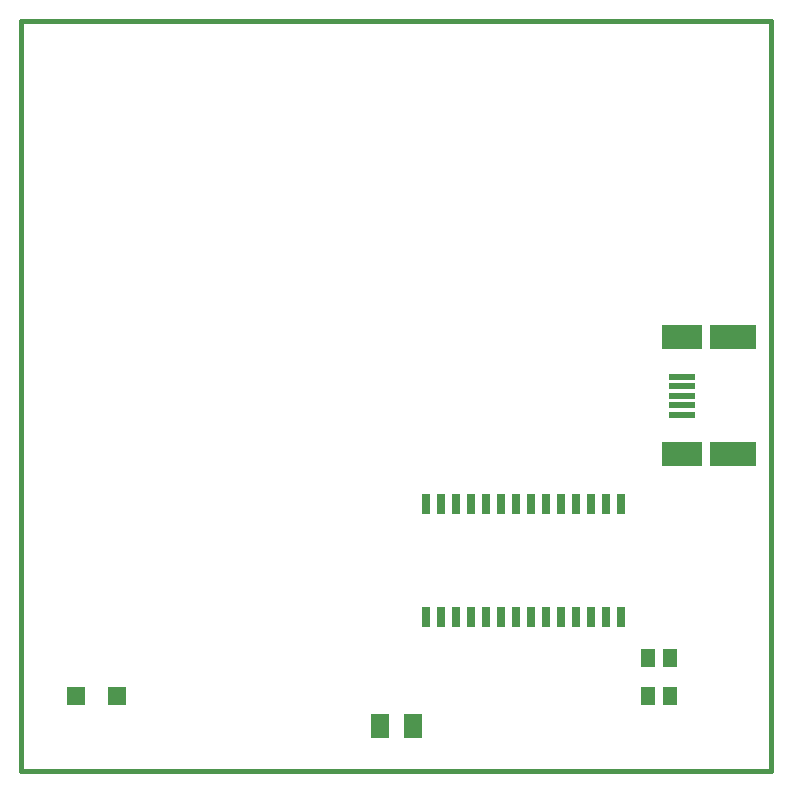
<source format=gtp>
G75*
%MOIN*%
%OFA0B0*%
%FSLAX24Y24*%
%IPPOS*%
%LPD*%
%AMOC8*
5,1,8,0,0,1.08239X$1,22.5*
%
%ADD10C,0.0160*%
%ADD11R,0.0591X0.0591*%
%ADD12R,0.0630X0.0787*%
%ADD13R,0.0512X0.0591*%
%ADD14R,0.0256X0.0669*%
%ADD15R,0.0886X0.0197*%
%ADD16R,0.1575X0.0807*%
%ADD17R,0.1378X0.0807*%
D10*
X002050Y000180D02*
X002050Y025180D01*
X027050Y025180D01*
X027050Y000180D01*
X002050Y000180D01*
D11*
X003861Y002680D03*
X005239Y002680D03*
D12*
X013999Y001680D03*
X015101Y001680D03*
D13*
X022926Y002680D03*
X023674Y002680D03*
X023674Y003930D03*
X022926Y003930D03*
D14*
X022050Y005298D03*
X021550Y005298D03*
X021050Y005298D03*
X020550Y005298D03*
X020050Y005298D03*
X019550Y005298D03*
X019050Y005298D03*
X018550Y005298D03*
X018050Y005298D03*
X017550Y005298D03*
X017050Y005298D03*
X016550Y005298D03*
X016050Y005298D03*
X015550Y005298D03*
X015550Y009062D03*
X016050Y009062D03*
X016550Y009062D03*
X017050Y009062D03*
X017550Y009062D03*
X018050Y009062D03*
X018550Y009062D03*
X019050Y009062D03*
X019550Y009062D03*
X020050Y009062D03*
X020550Y009062D03*
X021050Y009062D03*
X021550Y009062D03*
X022050Y009062D03*
D15*
X024089Y012050D03*
X024089Y012365D03*
X024089Y012680D03*
X024089Y012995D03*
X024089Y013310D03*
D16*
X025763Y014629D03*
X025763Y010731D03*
D17*
X024089Y010731D03*
X024089Y014629D03*
M02*

</source>
